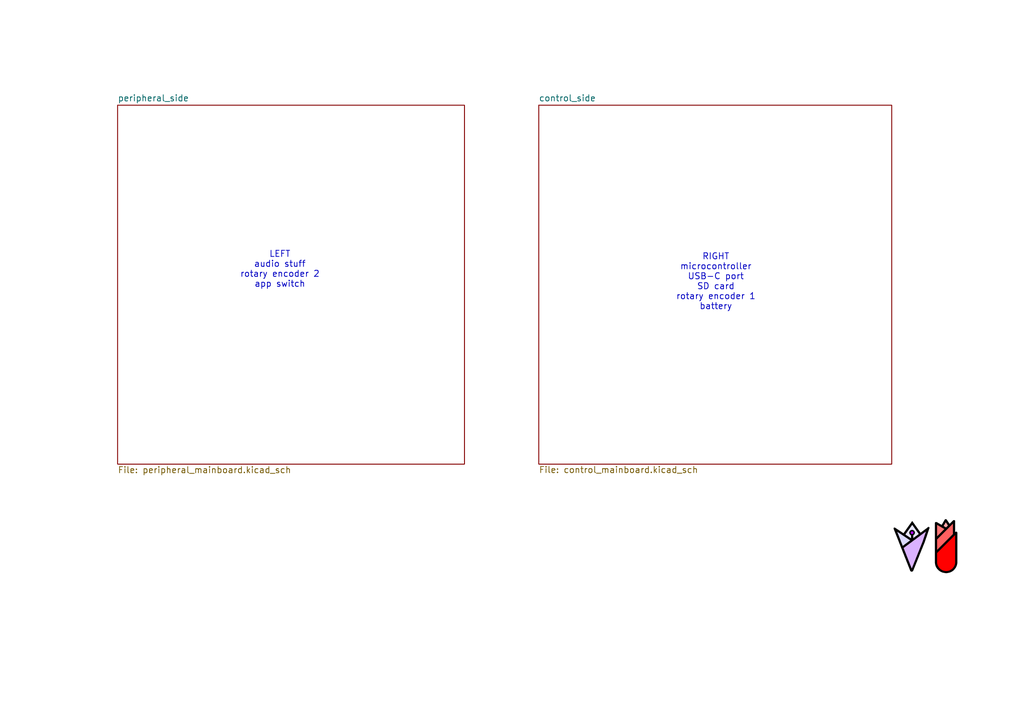
<source format=kicad_sch>
(kicad_sch
	(version 20250114)
	(generator "eeschema")
	(generator_version "9.0")
	(uuid "2c6baa8c-bfd7-43e4-8688-255743ea3ca6")
	(paper "A5")
	(title_block
		(title "Tome")
		(date "2026-02-09")
		(rev "1.0")
		(company "rien+la_reine;")
	)
	(lib_symbols)
	(text "RIGHT\nmicrocontroller\nUSB-C port\nSD card\nrotary encoder 1\nbattery"
		(exclude_from_sim no)
		(at 146.812 57.912 0)
		(effects
			(font
				(size 1.27 1.27)
			)
		)
		(uuid "402ef250-83a2-490b-9e09-b9c4dd4889c4")
	)
	(text "LEFT\naudio stuff\nrotary encoder 2\napp switch"
		(exclude_from_sim no)
		(at 57.404 55.372 0)
		(effects
			(font
				(size 1.27 1.27)
			)
		)
		(uuid "47f59dd4-9598-400e-9739-09a53683722b")
	)
	(image
		(at 190.2 111.8)
		(scale 0.113095)
		(uuid "dfbf25a7-a57a-4be6-9247-55533b898647")
		(data "iVBORw0KGgoAAAANSUhEUgAAAfQAAAH0CAYAAADL1t+KAAAABHNCSVQICAgIfAhkiAAAAAlwSFlz"
			"AAAOdAAADnQBaySz1gAAHdtJREFUeJzt3U+vbNlZH+BV55zbjeVP0P0BrjzhCzCymUSRpR4Qx0mP"
			"0gjJgISQJUvmj2LcHSUkYmA6ksWAAdgIaGFkQE2EZGXAYcLIggRlYF2IFCbdXwDJdve5pzLoW/fW"
			"qVt1TlWttdd611rPI1mYdp9du3bttX77ffeqXSkBAAAAAAAAAAAAAAAAAAAAAAAAAAAAAAAAAAAA"
			"AAAAAAAAAAAAAAAAAAAAAAAAAAAAAAAAAAAAAAAAAAAAAAAAAAAAAAAAAAAAAAAAAAAAAAAAAAAA"
			"AAAAAAAAAAAAAAAAAAAAAAAAAAAAAAAAAAAAAAAAAAAAAAAAAAAAAAAAAAAAAAAAAAAAAAAAAAAA"
			"AAAAAAAAAAAAzGjVegcAyLY+8M/N8RPxYQP06VCI72Oun8BF6x0AYHGnhD+dctUG0J9zA9qcPzAf"
			"LkBfcqtt8/6gtNwBYACu1AD6UepeeG9z/7733dt7WJwDAtCPkovbos//x77X6O+jGi13gD7MtFL9"
			"lPc603G5l0AHmFPUIDxnv6K+l6q0KgDiWzKwIuWAFfwZVOgAsc1Sfc7yPhcj0AHmFiFII+xD9wQ6"
			"Ja2TgQkl1RpPLcetOaMQgU4p6wP/HeAQc0VBAh0gptphN/rrDU+gU8K+gWmwwvlajZ8ZWvzDEujk"
			"um9gGrTALvPCQgQ6OY4ZmAYvnKb1mFny9Vu/t6Fdtd4BgEyHQmLqh4xkWqfyx0+YL8wJz7lOHZzO"
			"NUo75Rzs5fyLFHolj1mt99XL57wILXfO4VnLtHbq+TTNMxLW771XbFPBtsMDBDrQm5yAiBzs2ftV"
			"MMyfb7Lx33MCgc6pcidTiCDauVh0fxYI9nNEO8bDE+icosQANcjJUfL8iVytn2w3xBu33oc5rj0R"
			"6LRgsBNJ62DvYTycso89vJ8hCXSOZZAyum7P8UPVeIPWe7fHcAQCnWMsMUgNfCKqXa0vvhCuYuvd"
			"mG5MoPMQT41iRq3b8FEdOiaOVQACHeCwJYO92tfUFm69C/MgBDr3qTFQTQb0oPR5Wv28X6j1bvwG"
			"ItA5pKv7iFBBqDZ84++aL3Is1m+9VXqTUxHoRBFmooQH5IZZs3M9yANn9hLm+QQ6+whXeFizij0n"
			"mCOGujAvQ6CzywM24DRVH7oSMZBzCPNyBDrbIgRqhH2AUx1TrYc5t6NcFAjzsgQ6QDmLtuFLBnHr"
			"UBfm5Ql0NsJUDynWvsA5doPdOb1FmC9DoJNSzMkm4j7BqYqdx0tU1C2qdGG+HIFOMR9+sE4ffiCH"
			"iWn91a+m9Ve/2uSlszewYPDWDHVhviyBTpEE3g7ygqHu6oDiGgb71IT58gT63BYLTKFOdL0Ee40K"
			"eunXEOZ1CPR5FQvKCm12oc5iegj1GpYKdWFej0Any31h7n46vYharde8v716883i2xTmdQn0ORW/"
			"b57z7xzJ1QGLixrsSxPmYxDo8+k5GHvedzoSIdRrVefCfBwCnbOcUnlrvdOjGap1YT4WgT6Xaq32"
			"En9zgKsDqmoV7Ks331wkcLe3X5owb0ugz6N5EAp1ejZSsAvzMQn0OfT0FbVjhdkR5tKqDV8qhIX5"
			"uAQ6RysR5oEuCOBsvVbrwnxsAn18ze6bV9iWqwOa6inYhfn4rlrvAIuaIfDWKaVV653o1L7zw7E8"
			"wybUV7/1W1VfdxPSD33FTZjPQYXOg5Zok2u9N7X7W93H/m88IOL9dWE+D4E+rnCt9gW3LYCOd+yx"
			"ckzPFKkNL8znouU+pm4m4w8/WKfXXi/S5dV6f1g358UIWrfhlyDMY6tdoa93/kN5I35F7Vjd7XAl"
			"5443x7OAUZ42J8zjqxXohyYUwR5UzTDv8MIBTtL7Y2SFeR9qBPoxs7VgLyP8ffMKr+k8usvxCKTH"
			"YBfm/Yi2KM7kcz7H7gXH4hOOQ1C9BLsw78vSgX7ufTsTUSMt299a78UYQ52IHOrCvD/RKvRtJqTj"
			"ddtqX3Af2r+ZNkq+b98aqCBitS7M+xQ50FNSaRzD8TlstmMz2/sdSpRgF+b9ih7oGyaqhUWozjcK"
			"70ucN7YcF74DaRnswrxvSwd6yZadSetlw7Tad0Xcp6CWOlDa7Y3VDnVh3r9eKvRtZvpPDBvmG+6n"
			"38sF7gRqVevCfAw9BnpKJrOZ3/u5RjpmI70XjrBksAvzcfQa6BsmtgyRq/ONHvaxshoHRLs9oCWe"
			"CS/Mx9J7oKc0X7U+fKt9l9Z7Smm+85wtwpxj1Aj0Wlf7M0x4o7+/Gno8hj3uM4UIc441QoW+y+T3"
			"gJ6q842Jv8pWe1+12wMR5pyiVqDXniRGrNana7Xv6nnfzzDiOcwJhDmnumq9AwtbpzEqjpBh/trr"
			"9x/aJQL4ww/WD77ukSKfG4J8csKcc4we6Cm9mByjTt4PCTW5nxKm2/9u0Oo6Yqi3PFDRjsWUhDnn"
			"qnkPvfVkETJRaskN1NdeX2VVxrl/vy3oxUEuLXaEOVlGXBR3n94mzeat9pJBXHJ7g32VLcI+0Jgw"
			"J1ftQG9dpW/0MIE238eSQV5z22doeaybf87PhPpAZiPMKWG2Cn1bb9X6Wc6tZGsEbu5rdP5VtinO"
			"Px4mzCll5kDfiDipNm2116yeg4V6LV3uNOUJc0pqEegRW3uRqqVpwrzUa3Z2Pz3KebYt4pgcnjCn"
			"NBX6Xa0n26av3/K+dqB76kt9BpEuGmlMmLOEVoEeZvbeo/uJt9M2dJbg7zn0zlGXMGcpMzxY5ly1"
			"HzrSZav9/QO7/cYZh+6111dZwRzwKXI9BHnki+vhCHOWpOV+v1rVeg8T/x3vp/XBMD/mf+9A7s4v"
			"/uafvN/18Z2OMGdpLQO9p8qgi5mzVnV+SlCfGuqBFsjlEObcIcybWR/4z5C6rtDffvvtmi+31InQ"
			"/Glwpzin6q5dqTdc9V5lstiE+eM3sq+Je7qo7pYwb+KhsThksLcO9KwJ5e23305PfrBOT35Q9XMp"
			"+WJdnVA5wTxBqFcJcpV5X4R5E6cMkqEGVOtAL6ZBqIe5x5r7rPZoAu7TQwdYi52XCPMmzhkowwyu"
			"7gP98WdeTP6dV+tnidxqX2Ibp6hwbKq22Ldpt8cmzGkhQqAXn1g6qNa7um/eswVb71rs7CXMuzTE"
			"QIsQ6IsIXK0PceJMar3zfxcjyPskzGkpSqBnVenbbfddlYO92spJ1fnxevpVtmOqcu32mIQ5rUUJ"
			"9MUFqda12hvp4ZipyvslzIlgmEC/r0rfaFytm60bixzqwrxfwpwoIgV6tTZgB4vmDmoVSuc8m32J"
			"bYzm1IVv2u2xCHMiiRToVTVYNJdtiTCPWLUuuU+R3q+qvG/CnGiiBfpii+MO6SXUIwRRToUdqTqP"
			"cCyFed+EORH5+dT0ItTPuSCYzRtpdfIDYiKFeWs5Qa7dHoMwJ6poFXq2nFCOWq0vXVGeuv1TAvrU"
			"MK9VPbeo0lXl/RPmRBaxQl+lhivCo1XrEdrD+2yC+lC13kNV/uEH62rPjRfm/RPmRBcx0EN48oN1"
			"mFCv4dxwKxnctS9eaoR5qSDXbm9LmNODqC336ovj9mm9Ej5qdT6CnsKctoR5Patvfav1LnQtaqCH"
			"0iLUW4R5ywuIWq/92usrYc7RhHk9wjzfsIFeul1eu1pv9ZvgI19I1Ary0mGu3d6GMK9HmJcROdBD"
			"TkJCvc/XUpVzCmFejzAvJ3Kgh1WzWq/VIt5VI2hrvIYWO6cS5vUI87KiB3qIxXGHjF6t9/4I1l5b"
			"7Nu02+sS5vUI8/J8bS1Tze+tbwKqRUu8VDhqsROVMK9niTBfJ1ev0Sv0bLW+Sz5DtZ4bxqO02Jeu"
			"yqlPmNezVJjTR6B3c9E1w731yEaryrXb6xDm9QjzZfUQ6N0ZvVqPaLQwpw5hXo8wX14v99Cznu/+"
			"+DOr6g+HGf3eehSCnHMJ83qEeR0q9IWp1pczcphrty9LmNcjzOuZJtBb/tCKe+vljRzmLEuY1yPM"
			"6+ql5Z5S459VLaHmL7i99vpqyBa8ICeHMK9HmNfXWymX9Xm2/OW0XTU7BiWDPSdQc/djljDXbr9X"
			"+w9oizDfr1WYZ5743Y+b3lruoZ8cdwr31o/n8a1EJMz3U5m301PLfThWwj9MkBORMN9PmLfVW4We"
			"LVKVvqFa32/GMNduj0+Y7yfM2+uxQu9+cdw+qvUXal10RAtz4hPm+wnzGKar0KObvVof4RfSGJMw"
			"30+YxxFvRj/eMCveD4m4En7JVe4ztti3abcfpckHKMz3ixbmVrkT1izVulXsRCbM94sW5vR5D72I"
			"Fs93P8fo99YFOZEJ8/2EeUw9V+jdt0dOMWK1Lsxf0G6PR5jvJ8zjmrZC79Eo1bogJzphvp8wj63n"
			"Cj2lgZ4cd4qeq3Vhvog+T+SghPl+wjy+ESaC4Ve736f2SviIX3Xb1mOYa7efZNEPWJjv10uYz77K"
			"vfs3kAqcF0K9fz0G+YZAP8liH7Qw36+XME9JoPfeck9pgA8hV83fW4+o5zAvYPrzvwRhvl9PYc4Y"
			"gc4zM4Z672FeoDonkzDfT5j3Z6TZZOp76btGb8P3HuQb2u0nK/rBC/P9eg1zLXeGNNoFyrZRwryA"
			"7iegloT5fr2GOWNNCNMvjjtkpGp9pDBXnZ+lyAkgzPfrPcxnr9BHerDMkD+rWsKTH6y7D/WRgpy2"
			"hPl+vYc5Wu7T6HklvDDfq+8rtEaE+X7CfAyjBfqUT447RW+hPmqYW91enzDfT5iPY6SWO0eq+Uz4"
			"c40a5BCJMB/LaBV6tsghV1rUal2YP2iek5TFCPPxjBjoJrsTRLu3PkOYa7fTmjAfk5Y7KaX2K+Fn"
			"CHKIQJiPa8QKPSWL487SqloX5ieZ8+SkCGE+NhU6L6lVrc8Y5NrttCLMxzdqhZ5t1io9pTrvfcYw"
			"h1aE+RxGDvR5EzmDMA/NOc3JhPk8tNxJKQnyGrTbqU2Yz2XkCj0lFc1RhDmMR5jPR4U+sVrrBIR5"
			"ES5OOZown5NAv8fjz6xCPXSlJFV5Xdrt1CLM5zV6yz2lzMrmr//md98ptSNRCHMYkzCf2yxlQ9Y5"
			"OUqVrsXeTmaFPss4PcbZJ9fov7YmzLMHSvfjbIYKPdv3/+697qv0WlW5MH+ZdjtLE+akNMAVyQmm"
			"rdK12NsqEOgzjdOHqNB3CPMXVOgM6/FnVsK8scdvrN7N3ET3kwzLEeZsmynQsybGL/3C564L7UcV"
			"WuxhfLn1DjAmYc6umQI9y/X19Wdb78OxVOUx/JfvvpVbncNewpx9BPoJ/vS7v3ndeh/uo8Uey7e/"
			"/e3c6ly7nZcIcw6ZccIYcnGcII/HYrhFTL0oTpjfz6I4uifM47EYjtKEOQ8R6CeKtDiuRovdwrez"
			"WQxHMcKcY8wY6FkJGGVxnKo8rv/2Fz9nMRzFCHOONWtbr+v76MI8NvfOFzXVPXRhfprZ76HP+mtr"
			"q5RxXrf6FTZBDvMQ5pxqxpZ7l4R5H1TnlCDMOYdAP1OtXy7z3XKYizDnXLO23FPKbLvXIMhhLsKc"
			"HCr0oIR5f7TbySHMyTV7oGdNoEuErhY7zEeYU8LMLfdwBHm/VOecS5hTyuwVekpBqnRhDvMR5pSk"
			"Qm+s1mp5YQ6xCHNKE+gNqcrHoN3OqYQ5S9By/0T1trswhzkJc5aiQq9MkI9Fdc4phDlLUqG/sPjE"
			"KsxhXsKcpQn0Qh4Ka2HOHqrzSQhzahDoBf3j//2rd3b/WY0HxTx5fy3MGyjQbmcCwpxaBPpdWTP0"
			"5z//+a9v//+qcpibMKcmgb4QYT42i+F4iDCnNqvcCxPkgDCnBRX6y0JXTsJ8CKHPMfIIc1oR6B0R"
			"5jFYDMchwpyWtNz3W6VA40iQQ3zCnNZU6MEJ8+Eo7wckzIlAoAcmzOPRbmeXMCcKLffDmrXdBXlM"
			"v/qtf/NuSunLGZtwNTAYYU4kJpj7VR9bwjwu3z0P4ewBsn7rrYK7Icwjyhxg3Y9PLff7Vf2AhTn0"
			"QZgTkZZ7AII8vsdvrLTbSSkJc+JSoTcmzLuRE+YMQpgTmQr9YYssjhPk/fjaH/373OqcAQhzotMG"
			"PE7RcSfM+2IxXChNFsUJ8z5YFEdVwhz6IszphZb7cbLb7oK8T6rzuQlzeqJCr8QTxqAvwpzeCPTj"
			"SeTJ/Mc//Hetd4FGhDk9EuhwwHe+853cTbgI7JAwp1cCvSJtd4hNmNMzgX4aiTwJi+HmI8zpnUA/"
			"nYkaBiPMGYFAr0zbfQo+5I4Ic0Yh0GGHi655CHNGItDPkzXjC4yh+XA7IcwZjUCHLS625iDMGZFA"
			"B6YizBmVQD+ftju7fKjBCXNGZgLK4wdbBuK7510INWhC7Qx+PrX1DnROlc6GD3MywpxoBDokF1ec"
			"RpgTkUBv7Pv/8t47rfcBOJ4wJyplSRnupXcus0I3juppOliM1NjcQ4fJabdzDGFOdAK9DIkAAxPm"
			"9ECgB6BC7JoPb3DCnF4I9CD+4aPvWhzXgIsp7iPM6YlALycrGb7whS98vdSOcJxf+ua/ejdzE64G"
			"BibM6Y0JqSyr3TviyXBdqjJIjMQ+WeVOGD//2z993XofYHbCnF51f0USkCq9A4/fWL2bUvpyxiaM"
			"nTYWHSBGX99U6ITyl//4jevW+zCJnDBnQMKc3gn08rKu8r7yla98ttB+cMAv/86/thiOO4Q5IzAx"
			"LUPbPTCL4bpWfHAYbePQciecX/n9n7luvQ8wA2HOSLq/IglMlR6Q6rx7xQaGETYeFTrAZIQ5IxLo"
			"QXkkaXmqc1IS5oxLoC/H5A/BCHNGJtADU6VDOcKc0Qn0ZUnkILTbgdEJdAAYgEBfXlZlp+0egg8B"
			"CE+gMzwXRcAMBHodqvR+OfhAFwQ6Q3MxBMxCoAPAAAR6Pdru/XHQgW4IdIblIgiYiUCH/VwNAF0R"
			"6HVpu1fiWAGzEeid+X8/8T/fab0PAMSjjGkj63cinrzvZyYeklmhGxdxnX3yGzXjyxy43Y97FTrD"
			"0W4HZiTQO/TXH/6utvtyXA0AXTJ5taPtvgA/kzo8LXcO0nIHALon0Nvp/mpwQD4ToFsCvVMWfr3M"
			"MQFmJtA79o2/+sXr1vsAQAxKmvYsjivg8Rurd1NKX87YhLHQB4viOMiiOBhDTpgDdE+gd+5L3/jc"
			"det9aO0//NefejdzE91fmQOYyNrL7gTO3nb33fOpaLlzkJY7rWWfRL/3t792XWA/AOhY91ckA7E4"
			"7gwFFsOlZBz0RIXOQSp06JswB0gCfRgzPlTFvXOAFwR6HMIFgLMJdAAYgECPJatKn6ntrt0OcJdA"
			"B4ABCPTBzFClq84BXibQ4xE2AJxMoDMbF0zAkAR6TBbHHTDyewPIIdABYAACPS5VenkOCjAsgU43"
			"XKQAHCbQmYWrAWBoAj02bfdnRnovAEsQ6AAwAIE+uO/98zffab0PASjvgeGZ6PqwzvnjJ+9n/Xlz"
			"HvXKlrNP5r5HAcfIHOjdzxMq9An8n5s/n7lK736QAhzDZNePKat01Tk7VOgcpEIHALon0Ccx6eK4"
			"7q+4AY5lwuvLVG137Xb20HLnIC13pvE//um3r1vvw7H++/d+6d3MTXQ/OAFOYdLrzxRVuuqcA1To"
			"HKRCBwC6J9An85t/9rPXrffhIT/z6z+p3Q5wIhNfn4Zuu2u3cw8tdw7ScgcAuifQJ/Slb3zuuvU+"
			"HPL4jZV2O8AZTH79GrLtrt3OA7TcOUjLnSkVCM7ihDnA+QR6v4QXAM8JdAAYgECfWKS2u3Y7QB6B"
			"3jchBkBKSaBPL0KVrjoHyCfQ+yfMABDodM8FDUAS6KPICrWWbfcILX+AEQh0euZqAOAZgU4zqnOA"
			"cgT6OLptu8MJnKhwgECnVyZ2TuKE4R5DnB4CfSzdVOk6AkBJZhSBDgBDEOjc8f1/ee+dpV/je//8"
			"zdzXcDEOsMPEOKZ1zh8/eT/rzx/kUa9kOvsEXfbMpqXMSWGIOUWFTlX/8NF3Vec04+RhZM7vcZ1d"
			"jCxZoavOKUSVznOq80+o0HmJFegA/RHo7FVjcdwZXGmQzUnEqJzbYwu1OE67nYKyTk5t93EUmBSG"
			"mVdU6FTxv370pxbDUZLzgRKGOo8EOgf92re/cF1qW1/84he/XmpbkGuoWRyecV6PL0TbXbudBWi7"
			"T067/S4VOvd67+//03XuNn79D/5t7jaGGnRACMPNK8O9IfZqWqWrzlmQKn1ivn9+lwqdRf3J//7P"
			"15mbGG7QAflMDC8T6DzoN/74zetz//ZrX/vaZ8vtCZQlFKY15Ec/5JtiryZtd+12Kjj73F6tVul2"
			"rfHeG4vh9lOhs5gCX3sbctARx3q9dpJ1aLXyqe3jqMylapWuOqeSrPP64uIiPb29LbUvLEx1fpgK"
			"naiGHXQUl3Wu3N7eOtk6cnEhtg5xZDjaKRW3X2yjtpw27Gq1EuodWKVPLsAyNzEsgT6XoU9mprZa"
			"Zyxuy/lb6lgl984fItApzr1zWlGljy3zwmv4j1egcxKtdALLrtKvrq7Gn/U75DM5jkCfj7HB0HKq"
			"9Jubm4J7QgmrlNLV1VWJzQxvijfJXot8hU27nQDy+rKrVVqv157zHkTOhLD5LDM30w0VOpFMMeiI"
			"Tes9jtyFcDOFeUoCnYLcXyeI7BNR6729VUrp8vLy7IVwM66IF+jzyjrbhTfB5d/7seq9qcvLy/T0"
			"6dOz/na2VvuGQCeKqQYedeQ8VWy9XqeLiwsnZgOrlM4O85Tma7VvCHSKULET0Or29jar9Xp7e+t+"
			"ekWrlH/ffOZHw877zkkpTtvdfMlicp8Cd3NzI9Qruri4yLpv/uzRsFN+XFO+ae6I8O0c5yFLWm/d"
			"U83fWJGtsGuzCC6n1b61qSmp0Jn25Gcaq/V6XWzVswFTXsEwn5pApzXzIzVkPRb2+UaeXRQ4acvZ"
			"PAkuJ8y3Ltam/mgEOsCRtiv9qZOjkE2Y53zvf9avqO0z/QHguRa3Bp1/1FbkPN++J++e+uk2A79g"
			"m91cklTowFxWKeU/RUylfr7N8bq4uBDmhTkQbKtdbDj/aKXYynfV+vE2A77ktw6SeeQ5B4JtNecj"
			"5x6tFTvfLy4uNt9/Fup7bA92Yb4cB4NtAp3ZlEsWlfpeC1Xl25vmGQeEXbXmIuceUSwS6kU33KEF"
			"q/LdzfOMg8KuGnOQ845oyqbNxMF+UT68d5k/DnBg2CXQmdWi5/4MoV5hYJs77uFra+xaesAYkET1"
			"4nFjhR4Tu7vxUU/+Su9t1MNXjEAHeGGV0t3vmRfd+Gr14idCi2+9vhI/d3pw23e3OcLhWpxAZ5+l"
			"Bo9BSQ+eh3ppm21eXl4+f6EeB8Vmv6+urpZY8La7zR4PURMCHeBld8vDwhXo5glpu8EeObm29/GV"
			"V15Jq9Uq3dzcCPNAHCwOWWINj/ONHq1TuvvwmNIuLy/To0eP0o9+9KOXX7ih7QH76quvpqdPn6an"
			"T58u0r3YU+mbL07kgHGfkqPWuUbPPvk5r4W/krVardLFxUV69OhR+uijj/ZeQCz16vsG6Kc+9al0"
			"e3ubPv7448UuZlJ66WLJXHEmB477CHR4ZrVarTdhvmS1vu3y8jJdXV2lq6urdHt7m374wx8++DeH"
			"Bu0xA/DTn/50evr0abq5uVmsEr+zT89uZWixl+Hg8ZASI9p5xkiet+DX6/XiobdtU8FvB/16vU43"
			"Nzfpo48+OurXy1555ZX06quvptvb2+ct9E1413wvOz+dao4owEHkWOeMdOcXo3o+Hgr+pne25z/p"
			"ulrdfbb89lPrKob2Pnu6G+aJQhxITnXMbOC8YhbPx0OtNnyvVqtVury8TDc3N8//Ucv9GZEDyrn2"
			"BbvziVmtU/qkWl+v14J9y54gT8lcsQgHFaCMO9V6SmnqYBfk9Tm4AGW9WLL9bBFblHvsNWwW7X38"
			"8cfb/1jWVOAgAyznebg/evQoPX36dMiqfVON397eWvDWkIMNsLw7VftmZXzrFec5Nt2Hi4uL3Wo8"
			"JdnShIMOUM+dBL+6ukopfXKvvfb3wM+xCfDVaiXEA/IBALTxUno/evQopZSaPOhl1+a77Jt74j/+"
			"8Y/3/mu194vDfBgA7e1N7qurqzv3prdDvkTY7z6IZlN939zc3HevX24E5YMBiClC/11GdMSHBdCX"
			"O0Ff+Al1MqFjPjyAMRxb0Zv3AQAAAAAAAAAAAAAAAAAAAAAAAAAAAAAAAAAAAAAAAAAAAAAAAAAA"
			"AAAAAAAAAAAAAAAAAAAAAAAAAAAAAAAAAAAAAAAAAAAAAAAAAAAAAAAAAAAAAAAAAAAAAAAAAAAA"
			"AAAAAAAAAAAAAAAAAAAAAAAAoK7/D+pP77FoQ9giAAAAAElFTkSuQmCC"
		)
	)
	(sheet
		(at 24.13 21.59)
		(size 71.12 73.66)
		(exclude_from_sim no)
		(in_bom yes)
		(on_board yes)
		(dnp no)
		(fields_autoplaced yes)
		(stroke
			(width 0.1524)
			(type solid)
		)
		(fill
			(color 0 0 0 0.0000)
		)
		(uuid "4b9dfd30-3edd-45e8-9d67-c2ad4f519ba5")
		(property "Sheetname" "peripheral_side"
			(at 24.13 20.8784 0)
			(effects
				(font
					(size 1.27 1.27)
				)
				(justify left bottom)
			)
		)
		(property "Sheetfile" "peripheral_mainboard.kicad_sch"
			(at 24.13 95.7086 0)
			(effects
				(font
					(size 1.27 1.27)
				)
				(justify left top)
			)
		)
		(instances
			(project "Tome"
				(path "/2c6baa8c-bfd7-43e4-8688-255743ea3ca6"
					(page "3")
				)
			)
		)
	)
	(sheet
		(at 110.49 21.59)
		(size 72.39 73.66)
		(exclude_from_sim no)
		(in_bom yes)
		(on_board yes)
		(dnp no)
		(fields_autoplaced yes)
		(stroke
			(width 0.1524)
			(type solid)
		)
		(fill
			(color 0 0 0 0.0000)
		)
		(uuid "70ad74b6-7d6e-42de-a92a-6cae4a86bd4c")
		(property "Sheetname" "control_side"
			(at 110.49 20.8784 0)
			(effects
				(font
					(size 1.27 1.27)
				)
				(justify left bottom)
			)
		)
		(property "Sheetfile" "control_mainboard.kicad_sch"
			(at 110.49 95.6746 0)
			(effects
				(font
					(size 1.27 1.27)
				)
				(justify left top)
			)
		)
		(instances
			(project "Tome"
				(path "/2c6baa8c-bfd7-43e4-8688-255743ea3ca6"
					(page "2")
				)
			)
		)
	)
	(sheet_instances
		(path "/"
			(page "1")
		)
	)
	(embedded_fonts no)
)

</source>
